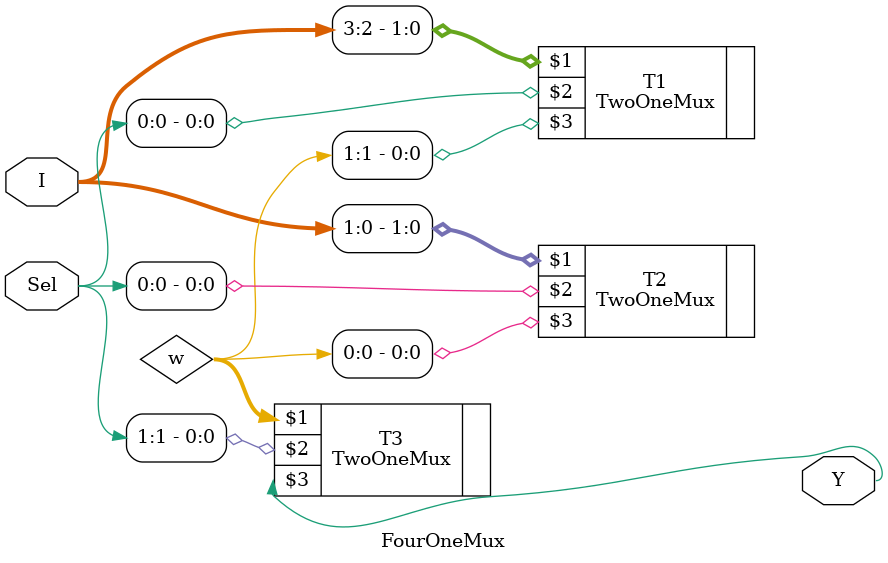
<source format=v>
`include "../twoOneMUX/twoOne.v"

module FourOneMux (
    input [3:0] I,
    input [1:0] Sel,
    output Y
);

  wire [1:0] w;
  TwoOneMux T1 (
      I[3:2],
      Sel[0],
      w[1]
  );
  TwoOneMux T2 (
      I[1:0],
      Sel[0],
      w[0]
  );
  TwoOneMux T3 (
      w,
      Sel[1],
      Y
  );


endmodule

</source>
